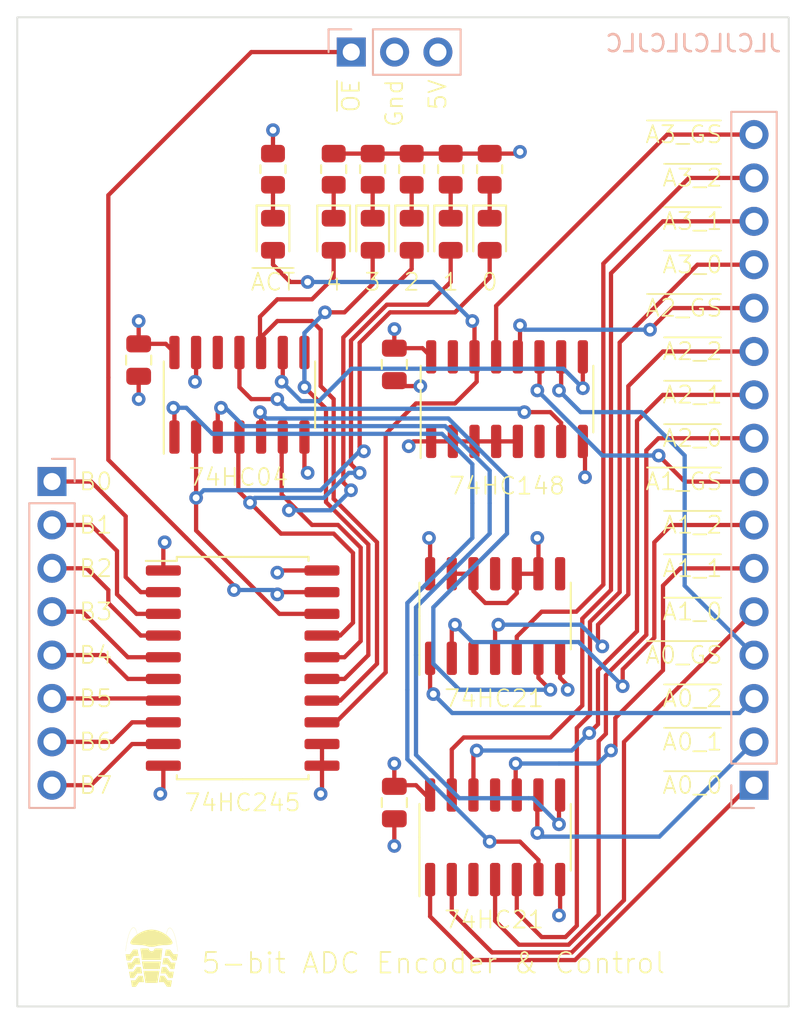
<source format=kicad_pcb>
(kicad_pcb (version 20211014) (generator pcbnew)
  (layers (0 "F.Cu" signal) (1 "In1.Cu" signal) (2 "In2.Cu" signal) (31 "B.Cu" signal) (34 "B.Paste" user) (35 "F.Paste" user) (36 "B.SilkS" user "B.Silkscreen") (37 "F.SilkS" user "F.Silkscreen") (38 "B.Mask" user) (39 "F.Mask" user) (44 "Edge.Cuts" user))
  (net 0 "")
  (net 1 "Net-(D1-Pad1)")
  (net 2 "~{ACTIVE}")
  (net 3 "Net-(D2-Pad1)")
  (net 4 "D4")
  (net 5 "Net-(D3-Pad1)")
  (net 6 "D3")
  (net 7 "Net-(D4-Pad1)")
  (net 8 "D2")
  (net 9 "Net-(D5-Pad1)")
  (net 10 "D1")
  (net 11 "Net-(D6-Pad1)")
  (net 12 "D0")
  (net 13 "BUS0")
  (net 14 "BUS1")
  (net 15 "BUS2")
  (net 16 "BUS3")
  (net 17 "BUS4")
  (net 18 "BUS5")
  (net 19 "BUS6")
  (net 20 "BUS7")
  (net 21 "~{A0_0}")
  (net 22 "~{A0_1}")
  (net 23 "~{A0_2}")
  (net 24 "~{A0_GS}")
  (net 25 "~{A1_0}")
  (net 26 "~{A1_1}")
  (net 27 "~{A1_2}")
  (net 28 "~{A1_GS}")
  (net 29 "~{A2_0}")
  (net 30 "~{A2_1}")
  (net 31 "~{A2_2}")
  (net 32 "~{A2_GS}")
  (net 33 "~{A3_0}")
  (net 34 "~{A3_1}")
  (net 35 "~{A3_2}")
  (net 36 "~{A3_GS}")
  (net 37 "~{OE}")
  (net 38 "GND")
  (net 39 "+5V")
  (net 40 "Net-(U1-Pad6)")
  (net 41 "Net-(U1-Pad8)")
  (net 42 "Net-(U2-Pad6)")
  (net 45 "Net-(U3-Pad7)")
  (net 46 "Net-(U3-Pad9)")
  (footprint "LED_SMD:LED_0805_2012Metric" (layer "F.Cu") (at 113.03 80.518 -90)
    (fp_text reference "D5" hide)
    (fp_text value "LED" hide)
  )
  (footprint "LED_SMD:LED_0805_2012Metric" (layer "F.Cu") (at 108.458 80.518 -90)
    (fp_text reference "D3" hide)
    (fp_text value "LED" hide)
  )
  (footprint "Package_SO:SOIC-16_3.9x9.9mm_P1.27mm" (layer "F.Cu") (at 116.332 90.17 90)
    (fp_text reference "U3" hide)
    (fp_text value "74LS148" hide)
  )
  (footprint "Resistor_SMD:R_0805_2012Metric" (layer "F.Cu") (at 110.744 76.708 90)
    (fp_text reference "R6" hide)
    (fp_text value "R_Small_US" hide)
  )
  (footprint "Resistor_SMD:R_0805_2012Metric" (layer "F.Cu") (at 115.316 76.708 90)
    (fp_text reference "R8" hide)
    (fp_text value "R_Small_US" hide)
  )
  (footprint "Resistor_SMD:R_0805_2012Metric" (layer "F.Cu") (at 113.03 76.708 90)
    (fp_text reference "R7" hide)
    (fp_text value "R_Small_US" hide)
  )
  (footprint "Capacitor_SMD:C_0805_2012Metric" (layer "F.Cu") (at 109.728 113.792 -90)
    (fp_text reference "C1" hide)
    (fp_text value "C_Small" hide)
  )
  (footprint "Package_SO:SOIC-20W_7.5x12.8mm_P1.27mm" (layer "F.Cu") (at 100.838 105.918)
    (fp_text reference "U5" hide)
    (fp_text value "74LS245" hide)
  )
  (footprint "LED_SMD:LED_0805_2012Metric" (layer "F.Cu") (at 102.616 80.518 -90)
    (fp_text reference "D1" hide)
    (fp_text value "LED" hide)
  )
  (footprint "Capacitor_SMD:C_0805_2012Metric" (layer "F.Cu") (at 109.728 88.138 -90)
    (fp_text reference "C2" hide)
    (fp_text value "C_Small" hide)
  )
  (footprint "Package_SO:SOIC-14_3.9x8.7mm_P1.27mm" (layer "F.Cu") (at 115.635 102.87 90)
    (fp_text reference "U2" hide)
    (fp_text value "74LS21" hide)
  )
  (footprint "LED_SMD:LED_0805_2012Metric" (layer "F.Cu") (at 110.744 80.518 -90)
    (fp_text reference "D4" hide)
    (fp_text value "LED" hide)
  )
  (footprint "Capacitor_SMD:C_0805_2012Metric" (layer "F.Cu") (at 94.742 87.884 -90)
    (fp_text reference "C3" hide)
    (fp_text value "C_Small" hide)
  )
  (footprint "LED_SMD:LED_0805_2012Metric" (layer "F.Cu") (at 115.316 80.518 -90)
    (fp_text reference "D6" hide)
    (fp_text value "LED" hide)
  )
  (footprint "Resistor_SMD:R_0805_2012Metric" (layer "F.Cu") (at 102.616 76.708 90)
    (fp_text reference "R3" hide)
    (fp_text value "R_Small_US" hide)
  )
  (footprint "Resistor_SMD:R_0805_2012Metric" (layer "F.Cu") (at 108.458 76.708 90)
    (fp_text reference "R5" hide)
    (fp_text value "R_Small_US" hide)
  )
  (footprint "Package_SO:SOIC-14_3.9x8.7mm_P1.27mm" (layer "F.Cu") (at 100.649 89.916 90)
    (fp_text reference "U4" hide)
    (fp_text value "74LS04" hide)
  )
  (footprint "LED_SMD:LED_0805_2012Metric" (layer "F.Cu") (at 106.172 80.518 -90)
    (fp_text reference "D2" hide)
    (fp_text value "LED" hide)
  )
  (footprint "Resistor_SMD:R_0805_2012Metric" (layer "F.Cu") (at 106.172 76.708 90)
    (fp_text reference "R4" hide)
    (fp_text value "R_Small_US" hide)
  )
  (footprint "Stephenv6:trilobyte-logo-tiny" (layer "F.Cu") (at 95.494 116.970558)
    (fp_text reference "REF**" hide)
    (fp_text value "trilobyte-logo-tiny" hide)
  )
  (footprint "Package_SO:SOIC-14_3.9x8.7mm_P1.27mm" (layer "F.Cu") (at 115.635 115.824 90)
    (fp_text reference "U1" hide)
    (fp_text value "74LS21" hide)
  )
  (footprint "Connector_PinHeader_2.54mm:PinHeader_1x03_P2.54mm_Vertical" (layer "B.Cu") (at 107.203 69.85 -90)
    (fp_text reference "J3" hide)
    (fp_text value "Conn_01x03" hide)
  )
  (footprint "Connector_PinHeader_2.54mm:PinHeader_1x16_P2.54mm_Vertical" (layer "B.Cu") (at 130.81 112.781)
    (fp_text reference "J2" hide)
    (fp_text value "Conn_01x16" hide)
  )
  (footprint "Connector_PinHeader_2.54mm:PinHeader_1x08_P2.54mm_Vertical" (layer "B.Cu") (at 89.662 94.996 180)
    (fp_text reference "J1" hide)
    (fp_text value "Conn_01x08" hide)
  )
  (gr_rect (start 132.842 67.818) (end 87.63 125.73) (layer "Edge.Cuts") (width 0.1) (fill none))
  (gr_text "JLCJLCJLCJLC" (at 127.254 69.342) (layer "B.SilkS") (effects (font (size 1 1)) (justify mirror)))
  (gr_text "~{A2_GS}" (at 129.032 84.836) (layer "F.SilkS") (effects (font (size 1 1) (thickness 0.1)) (justify right)))
  (gr_text "~{A1_GS}" (at 129.032 94.996) (layer "F.SilkS") (effects (font (size 1 1) (thickness 0.1)) (justify right)))
  (gr_text "~{ACT}" (at 102.616 83.312) (layer "F.SilkS") (effects (font (size 1 1) (thickness 0.1))))
  (gr_text "~{OE}" (at 107.188 71.374 90) (layer "F.SilkS") (effects (font (size 1 1) (thickness 0.1)) (justify right)))
  (gr_text "4" (at 106.172 83.312) (layer "F.SilkS") (effects (font (size 1 1) (thickness 0.1))))
  (gr_text "B0" (at 91.186 94.996) (layer "F.SilkS") (effects (font (size 1 1) (thickness 0.1)) (justify left)))
  (gr_text "2" (at 110.744 83.312) (layer "F.SilkS") (effects (font (size 1 1) (thickness 0.1))))
  (gr_text "~{A0_GS}" (at 129.032 105.156) (layer "F.SilkS") (effects (font (size 1 1) (thickness 0.1)) (justify right)))
  (gr_text "Gnd" (at 109.728 71.374 90) (layer "F.SilkS") (effects (font (size 1 1) (thickness 0.1)) (justify right)))
  (gr_text "~{A0_2}" (at 129.032 107.696) (layer "F.SilkS") (effects (font (size 1 1) (thickness 0.1)) (justify right)))
  (gr_text "74HC04" (at 100.584 94.742) (layer "F.SilkS") (effects (font (size 1 1) (thickness 0.1))))
  (gr_text "74HC245" (at 100.838 113.792) (layer "F.SilkS") (effects (font (size 1 1) (thickness 0.1))))
  (gr_text "~{A3_GS}" (at 129.032 74.676) (layer "F.SilkS") (effects (font (size 1 1) (thickness 0.1)) (justify right)))
  (gr_text "B4" (at 91.186 105.156) (layer "F.SilkS") (effects (font (size 1 1) (thickness 0.1)) (justify left)))
  (gr_text "~{A1_0}" (at 129.032 102.616) (layer "F.SilkS") (effects (font (size 1 1) (thickness 0.1)) (justify right)))
  (gr_text "~{A3_0}" (at 129.032 82.296) (layer "F.SilkS") (effects (font (size 1 1) (thickness 0.1)) (justify right)))
  (gr_text "0" (at 115.316 83.312) (layer "F.SilkS") (effects (font (size 1 1) (thickness 0.1))))
  (gr_text "74HC21" (at 115.57 107.696) (layer "F.SilkS") (effects (font (size 1 1) (thickness 0.1))))
  (gr_text "3" (at 108.458 83.312) (layer "F.SilkS") (effects (font (size 1 1) (thickness 0.1))))
  (gr_text "~{A1_1}" (at 129.032 100.076) (layer "F.SilkS") (effects (font (size 1 1) (thickness 0.1)) (justify right)))
  (gr_text "~{A3_1}" (at 129.032 79.756) (layer "F.SilkS") (effects (font (size 1 1) (thickness 0.1)) (justify right)))
  (gr_text "74HC21" (at 115.57 120.65) (layer "F.SilkS") (effects (font (size 1 1) (thickness 0.1))))
  (gr_text "74HC148" (at 116.332 95.25) (layer "F.SilkS") (effects (font (size 1 1) (thickness 0.1))))
  (gr_text "~{A0_0}" (at 129.032 112.776) (layer "F.SilkS") (effects (font (size 1 1) (thickness 0.1)) (justify right)))
  (gr_text "B1" (at 91.186 97.536) (layer "F.SilkS") (effects (font (size 1 1) (thickness 0.1)) (justify left)))
  (gr_text "B6" (at 91.186 110.236) (layer "F.SilkS") (effects (font (size 1 1) (thickness 0.1)) (justify left)))
  (gr_text "5-bit ADC Encoder & Control" (at 112.014 123.19) (layer "F.SilkS") (effects (font (size 1.2 1.2) (thickness 0.1))))
  (gr_text "~{A2_0}" (at 129.032 92.456) (layer "F.SilkS") (effects (font (size 1 1) (thickness 0.1)) (justify right)))
  (gr_text "~{A0_1}" (at 129.032 110.236) (layer "F.SilkS") (effects (font (size 1 1) (thickness 0.1)) (justify right)))
  (gr_text "~{A2_2}" (at 129.032 87.376) (layer "F.SilkS") (effects (font (size 1 1) (thickness 0.1)) (justify right)))
  (gr_text "B7" (at 91.186 112.776) (layer "F.SilkS") (effects (font (size 1 1) (thickness 0.1)) (justify left)))
  (gr_text "~{A2_1}" (at 129.032 89.916) (layer "F.SilkS") (effects (font (size 1 1) (thickness 0.1)) (justify right)))
  (gr_text "1" (at 113.03 83.312) (layer "F.SilkS") (effects (font (size 1 1) (thickness 0.1))))
  (gr_text "~{A3_2}" (at 129.032 77.216) (layer "F.SilkS") (effects (font (size 1 1) (thickness 0.1)) (justify right)))
  (gr_text "5V" (at 112.268 71.374 90) (layer "F.SilkS") (effects (font (size 1 1) (thickness 0.1)) (justify right)))
  (gr_text "~{A1_2}" (at 129.032 97.536) (layer "F.SilkS") (effects (font (size 1 1) (thickness 0.1)) (justify right)))
  (gr_text "B2" (at 91.186 100.076) (layer "F.SilkS") (effects (font (size 1 1) (thickness 0.1)) (justify left)))
  (gr_text "B3" (at 91.186 102.616) (layer "F.SilkS") (effects (font (size 1 1) (thickness 0.1)) (justify left)))
  (gr_text "B5" (at 91.186 107.696) (layer "F.SilkS") (effects (font (size 1 1) (thickness 0.1)) (justify left)))
  (segment (start 102.616 77.6205) (end 102.616 79.5805) (width 0.25) (layer "F.Cu") (net 1))
  (segment (start 109.22 106.172) (end 109.22 92.202) (width 0.25) (layer "F.Cu") (net 2))
  (segment (start 105.488 109.093) (end 106.299 109.093) (width 0.25) (layer "F.Cu") (net 2))
  (segment (start 110.998 90.424) (end 113.284 90.424) (width 0.25) (layer "F.Cu") (net 2))
  (segment (start 113.284 90.424) (end 114.554 89.154) (width 0.25) (layer "F.Cu") (net 2))
  (segment (start 114.427 85.725) (end 114.3 85.598) (width 0.25) (layer "F.Cu") (net 2))
  (segment (start 102.616 81.4555) (end 102.616 82.296) (width 0.25) (layer "F.Cu") (net 2))
  (segment (start 114.554 89.154) (end 114.554 87.822) (width 0.25) (layer "F.Cu") (net 2))
  (segment (start 114.427 87.695) (end 114.427 85.725) (width 0.25) (layer "F.Cu") (net 2))
  (segment (start 106.299 109.093) (end 109.22 106.172) (width 0.25) (layer "F.Cu") (net 2))
  (segment (start 103.632 83.312) (end 104.648 83.312) (width 0.25) (layer "F.Cu") (net 2))
  (segment (start 114.554 87.822) (end 114.427 87.695) (width 0.25) (layer "F.Cu") (net 2))
  (segment (start 109.22 92.202) (end 110.998 90.424) (width 0.25) (layer "F.Cu") (net 2))
  (segment (start 102.616 82.296) (end 103.632 83.312) (width 0.25) (layer "F.Cu") (net 2))
  (via (at 104.648 83.312) (size 0.8) (drill 0.4) (layers "F.Cu" "B.Cu") (net 2))
  (via (at 114.3 85.598) (size 0.8) (drill 0.4) (layers "F.Cu" "B.Cu") (net 2))
  (segment (start 112.014 83.312) (end 114.3 85.598) (width 0.25) (layer "B.Cu") (net 2))
  (segment (start 104.648 83.312) (end 112.014 83.312) (width 0.25) (layer "B.Cu") (net 2))
  (segment (start 106.172 79.5805) (end 106.172 77.6205) (width 0.25) (layer "F.Cu") (net 3))
  (segment (start 106.172 90.17) (end 105.41 89.408) (width 0.25) (layer "F.Cu") (net 4))
  (segment (start 106.172 81.4555) (end 106.172 83.058) (width 0.25) (layer "F.Cu") (net 4))
  (segment (start 104.902 84.328) (end 102.87 84.328) (width 0.25) (layer "F.Cu") (net 4))
  (segment (start 102.87 84.328) (end 101.854 85.344) (width 0.25) (layer "F.Cu") (net 4))
  (segment (start 105.488 107.823) (end 106.553 107.823) (width 0.25) (layer "F.Cu") (net 4))
  (segment (start 105.41 89.408) (end 105.41 86.106) (width 0.25) (layer "F.Cu") (net 4))
  (segment (start 101.854 87.376) (end 101.919 87.441) (width 0.25) (layer "F.Cu") (net 4))
  (segment (start 106.553 107.823) (end 108.712 105.664) (width 0.25) (layer "F.Cu") (net 4))
  (segment (start 106.172 83.058) (end 104.902 84.328) (width 0.25) (layer "F.Cu") (net 4))
  (segment (start 101.919 86.549) (end 101.919 87.441) (width 0.25) (layer "F.Cu") (net 4))
  (segment (start 108.712 98.552) (end 106.172 96.012) (width 0.25) (layer "F.Cu") (net 4))
  (segment (start 102.87 85.598) (end 101.919 86.549) (width 0.25) (layer "F.Cu") (net 4))
  (segment (start 101.854 85.344) (end 101.854 87.376) (width 0.25) (layer "F.Cu") (net 4))
  (segment (start 104.902 85.598) (end 102.87 85.598) (width 0.25) (layer "F.Cu") (net 4))
  (segment (start 108.712 105.664) (end 108.712 98.552) (width 0.25) (layer "F.Cu") (net 4))
  (segment (start 105.41 86.106) (end 104.902 85.598) (width 0.25) (layer "F.Cu") (net 4))
  (segment (start 106.172 96.012) (end 106.172 90.17) (width 0.25) (layer "F.Cu") (net 4))
  (segment (start 108.458 77.6205) (end 108.458 79.5805) (width 0.25) (layer "F.Cu") (net 5))
  (segment (start 106.807 106.553) (end 108.204 105.156) (width 0.25) (layer "F.Cu") (net 6))
  (segment (start 108.458 83.436888) (end 106.804888 85.09) (width 0.25) (layer "F.Cu") (net 6))
  (segment (start 104.459 87.441) (end 104.459 89.464401) (width 0.25) (layer "F.Cu") (net 6))
  (segment (start 105.722489 96.198193) (end 105.722489 90.72789) (width 0.25) (layer "F.Cu") (net 6))
  (segment (start 105.722489 90.72789) (end 104.46332 89.468721) (width 0.25) (layer "F.Cu") (net 6))
  (segment (start 108.458 81.4555) (end 108.458 83.436888) (width 0.25) (layer "F.Cu") (net 6))
  (segment (start 108.204 105.156) (end 108.204 98.679704) (width 0.25) (layer "F.Cu") (net 6))
  (segment (start 106.804888 85.09) (end 105.664 85.09) (width 0.25) (layer "F.Cu") (net 6))
  (segment (start 105.488 106.553) (end 106.807 106.553) (width 0.25) (layer "F.Cu") (net 6))
  (segment (start 108.204 98.679704) (end 105.722489 96.198193) (width 0.25) (layer "F.Cu") (net 6))
  (segment (start 104.459 89.464401) (end 104.46332 89.468721) (width 0.25) (layer "F.Cu") (net 6))
  (via (at 105.664 85.09) (size 0.8) (drill 0.4) (layers "F.Cu" "B.Cu") (net 6))
  (via (at 104.46332 89.468721) (size 0.8) (drill 0.4) (layers "F.Cu" "B.Cu") (net 6))
  (segment (start 104.459 89.464401) (end 104.46332 89.468721) (width 0.25) (layer "B.Cu") (net 6))
  (segment (start 104.459 86.295) (end 104.459 89.464401) (width 0.25) (layer "B.Cu") (net 6))
  (segment (start 105.664 85.09) (end 104.459 86.295) (width 0.25) (layer "B.Cu") (net 6))
  (segment (start 110.744 77.6205) (end 110.744 79.5805) (width 0.25) (layer "F.Cu") (net 7))
  (segment (start 103.124 92.456) (end 103.189 92.391) (width 0.25) (layer "F.Cu") (net 8))
  (segment (start 106.807 105.283) (end 107.754489 104.335511) (width 0.25) (layer "F.Cu") (net 8))
  (segment (start 110.744 82.55) (end 106.738489 86.555511) (width 0.25) (layer "F.Cu") (net 8))
  (segment (start 106.738489 86.555511) (end 106.738489 95.054489) (width 0.25) (layer "F.Cu") (net 8))
  (segment (start 110.744 81.4555) (end 110.744 82.55) (width 0.25) (layer "F.Cu") (net 8))
  (segment (start 106.424592 97.536) (end 104.902 97.536) (width 0.25) (layer "F.Cu") (net 8))
  (segment (start 104.902 97.536) (end 103.124 95.758) (width 0.25) (layer "F.Cu") (net 8))
  (segment (start 107.754489 98.865897) (end 106.424592 97.536) (width 0.25) (layer "F.Cu") (net 8))
  (segment (start 106.738489 95.054489) (end 107.188 95.504) (width 0.25) (layer "F.Cu") (net 8))
  (segment (start 107.754489 104.335511) (end 107.754489 98.865897) (width 0.25) (layer "F.Cu") (net 8))
  (segment (start 103.124 95.758) (end 103.124 92.456) (width 0.25) (layer "F.Cu") (net 8))
  (segment (start 105.488 105.283) (end 106.807 105.283) (width 0.25) (layer "F.Cu") (net 8))
  (via (at 103.546173 96.678011) (size 0.8) (drill 0.4) (layers "F.Cu" "B.Cu") (net 8))
  (via (at 107.188 95.504) (size 0.8) (drill 0.4) (layers "F.Cu" "B.Cu") (net 8))
  (segment (start 106.013989 96.678011) (end 103.546173 96.678011) (width 0.25) (layer "B.Cu") (net 8))
  (segment (start 107.188 95.504) (end 106.013989 96.678011) (width 0.25) (layer "B.Cu") (net 8))
  (segment (start 113.03 79.5805) (end 113.03 77.6205) (width 0.25) (layer "F.Cu") (net 9))
  (segment (start 100.584 92.456) (end 100.584 95.544316) (width 0.25) (layer "F.Cu") (net 10))
  (segment (start 113.03 81.4555) (end 113.03 83.312) (width 0.25) (layer "F.Cu") (net 10))
  (segment (start 100.584 95.544316) (end 101.268184 96.2285) (width 0.25) (layer "F.Cu") (net 10))
  (segment (start 106.172 98.044) (end 103.083684 98.044) (width 0.25) (layer "F.Cu") (net 10))
  (segment (start 107.188 86.741704) (end 107.188 93.98) (width 0.25) (layer "F.Cu") (net 10))
  (segment (start 107.304978 99.176978) (end 106.172 98.044) (width 0.25) (layer "F.Cu") (net 10))
  (segment (start 111.70151 84.64049) (end 109.289214 84.64049) (width 0.25) (layer "F.Cu") (net 10))
  (segment (start 100.649 92.391) (end 100.584 92.456) (width 0.25) (layer "F.Cu") (net 10))
  (segment (start 109.289214 84.64049) (end 107.188 86.741704) (width 0.25) (layer "F.Cu") (net 10))
  (segment (start 107.188 93.98) (end 107.696 94.488) (width 0.25) (layer "F.Cu") (net 10))
  (segment (start 103.083684 98.044) (end 101.268184 96.2285) (width 0.25) (layer "F.Cu") (net 10))
  (segment (start 107.304978 103.261022) (end 107.304978 99.176978) (width 0.25) (layer "F.Cu") (net 10))
  (segment (start 106.553 104.013) (end 107.304978 103.261022) (width 0.25) (layer "F.Cu") (net 10))
  (segment (start 105.488 104.013) (end 106.553 104.013) (width 0.25) (layer "F.Cu") (net 10))
  (segment (start 113.03 83.312) (end 111.70151 84.64049) (width 0.25) (layer "F.Cu") (net 10))
  (via (at 107.696 94.488) (size 0.8) (drill 0.4) (layers "F.Cu" "B.Cu") (net 10))
  (via (at 101.268184 96.2285) (size 0.8) (drill 0.4) (layers "F.Cu" "B.Cu") (net 10))
  (segment (start 107.061704 94.488) (end 105.596193 95.953511) (width 0.25) (layer "B.Cu") (net 10))
  (segment (start 105.596193 95.953511) (end 101.543173 95.953511) (width 0.25) (layer "B.Cu") (net 10))
  (segment (start 107.696 94.488) (end 107.061704 94.488) (width 0.25) (layer "B.Cu") (net 10))
  (segment (start 101.543173 95.953511) (end 101.268184 96.2285) (width 0.25) (layer "B.Cu") (net 10))
  (segment (start 115.316 77.6205) (end 115.316 79.5805) (width 0.25) (layer "F.Cu") (net 11))
  (segment (start 115.316 81.4555) (end 115.316 83.058) (width 0.25) (layer "F.Cu") (net 12))
  (segment (start 107.696 92.972598) (end 107.945701 93.222299) (width 0.25) (layer "F.Cu") (net 12))
  (segment (start 113.284 85.09) (end 109.475408 85.09) (width 0.25) (layer "F.Cu") (net 12))
  (segment (start 98.109 97.8636) (end 98.109 95.947) (width 0.25) (layer "F.Cu") (net 12))
  (segment (start 98.109 95.947) (end 98.109 92.391) (width 0.25) (layer "F.Cu") (net 12))
  (segment (start 115.316 83.058) (end 113.284 85.09) (width 0.25) (layer "F.Cu") (net 12))
  (segment (start 102.9884 102.743) (end 98.109 97.8636) (width 0.25) (layer "F.Cu") (net 12))
  (segment (start 107.696 86.869408) (end 107.696 92.972598) (width 0.25) (layer "F.Cu") (net 12))
  (segment (start 109.475408 85.09) (end 107.696 86.869408) (width 0.25) (layer "F.Cu") (net 12))
  (segment (start 105.488 102.743) (end 102.9884 102.743) (width 0.25) (layer "F.Cu") (net 12))
  (via (at 107.945701 93.222299) (size 0.8) (drill 0.4) (layers "F.Cu" "B.Cu") (net 12))
  (via (at 98.109 95.947) (size 0.8) (drill 0.4) (layers "F.Cu" "B.Cu") (net 12))
  (segment (start 98.109 95.947) (end 98.552 95.504) (width 0.25) (layer "B.Cu") (net 12))
  (segment (start 105.41 95.504) (end 107.691701 93.222299) (width 0.25) (layer "B.Cu") (net 12))
  (segment (start 98.552 95.504) (end 105.41 95.504) (width 0.25) (layer "B.Cu") (net 12))
  (segment (start 107.691701 93.222299) (end 107.945701 93.222299) (width 0.25) (layer "B.Cu") (net 12))
  (segment (start 96.188 101.473) (end 94.869 101.473) (width 0.25) (layer "F.Cu") (net 13))
  (segment (start 93.98 97.028) (end 91.948 94.996) (width 0.25) (layer "F.Cu") (net 13))
  (segment (start 94.869 101.473) (end 93.98 100.584) (width 0.25) (layer "F.Cu") (net 13))
  (segment (start 91.948 94.996) (end 89.662 94.996) (width 0.25) (layer "F.Cu") (net 13))
  (segment (start 93.98 100.584) (end 93.98 97.028) (width 0.25) (layer "F.Cu") (net 13))
  (segment (start 93.472 101.6) (end 94.615 102.743) (width 0.25) (layer "F.Cu") (net 14))
  (segment (start 93.472 99.06) (end 93.472 101.6) (width 0.25) (layer "F.Cu") (net 14))
  (segment (start 91.948 97.536) (end 93.472 99.06) (width 0.25) (layer "F.Cu") (net 14))
  (segment (start 94.615 102.743) (end 96.188 102.743) (width 0.25) (layer "F.Cu") (net 14))
  (segment (start 89.662 97.536) (end 91.948 97.536) (width 0.25) (layer "F.Cu") (net 14))
  (segment (start 92.964 102.108) (end 92.964 101.346) (width 0.25) (layer "F.Cu") (net 15))
  (segment (start 94.869 104.013) (end 92.964 102.108) (width 0.25) (layer "F.Cu") (net 15))
  (segment (start 91.694 100.076) (end 89.662 100.076) (width 0.25) (layer "F.Cu") (net 15))
  (segment (start 96.188 104.013) (end 94.869 104.013) (width 0.25) (layer "F.Cu") (net 15))
  (segment (start 92.964 101.346) (end 91.694 100.076) (width 0.25) (layer "F.Cu") (net 15))
  (segment (start 94.107 105.283) (end 96.188 105.283) (width 0.25) (layer "F.Cu") (net 16))
  (segment (start 91.44 102.616) (end 94.107 105.283) (width 0.25) (layer "F.Cu") (net 16))
  (segment (start 89.662 102.616) (end 91.44 102.616) (width 0.25) (layer "F.Cu") (net 16))
  (segment (start 92.71 105.156) (end 89.662 105.156) (width 0.25) (layer "F.Cu") (net 17))
  (segment (start 96.188 106.553) (end 94.107 106.553) (width 0.25) (layer "F.Cu") (net 17))
  (segment (start 94.107 106.553) (end 92.71 105.156) (width 0.25) (layer "F.Cu") (net 17))
  (segment (start 96.188 107.823) (end 96.061 107.696) (width 0.25) (layer "F.Cu") (net 18))
  (segment (start 96.061 107.696) (end 89.662 107.696) (width 0.25) (layer "F.Cu") (net 18))
  (segment (start 96.188 109.093) (end 94.361 109.093) (width 0.25) (layer "F.Cu") (net 19))
  (segment (start 93.218 110.236) (end 89.662 110.236) (width 0.25) (layer "F.Cu") (net 19))
  (segment (start 94.361 109.093) (end 93.218 110.236) (width 0.25) (layer "F.Cu") (net 19))
  (segment (start 96.188 110.363) (end 94.361 110.363) (width 0.25) (layer "F.Cu") (net 20))
  (segment (start 91.948 112.776) (end 89.662 112.776) (width 0.25) (layer "F.Cu") (net 20))
  (segment (start 94.361 110.363) (end 91.948 112.776) (width 0.25) (layer "F.Cu") (net 20))
  (segment (start 130.81 112.781) (end 130.551 112.781) (width 0.25) (layer "F.Cu") (net 21))
  (segment (start 111.825 120.461) (end 111.825 118.299) (width 0.25) (layer "F.Cu") (net 21))
  (segment (start 120.317467 123.014533) (end 114.378533 123.014533) (width 0.25) (layer "F.Cu") (net 21))
  (segment (start 130.551 112.781) (end 120.317467 123.014533) (width 0.25) (layer "F.Cu") (net 21))
  (segment (start 114.378533 123.014533) (end 111.825 120.461) (width 0.25) (layer "F.Cu") (net 21))
  (segment (start 118.175 113.349) (end 118.11 113.414) (width 0.25) (layer "F.Cu") (net 22))
  (segment (start 118.11 113.414) (end 118.11 115.57) (width 0.25) (layer "F.Cu") (net 22))
  (via (at 118.11 115.57) (size 0.8) (drill 0.4) (layers "F.Cu" "B.Cu") (net 22))
  (segment (start 130.81 110.241) (end 125.264499 115.786501) (width 0.25) (layer "B.Cu") (net 22))
  (segment (start 125.264499 115.786501) (end 118.326501 115.786501) (width 0.25) (layer "B.Cu") (net 22))
  (segment (start 118.326501 115.786501) (end 118.11 115.57) (width 0.25) (layer "B.Cu") (net 22))
  (segment (start 112.014 107.442) (end 111.825 107.253) (width 0.25) (layer "F.Cu") (net 23))
  (segment (start 111.825 107.253) (end 111.825 105.345) (width 0.25) (layer "F.Cu") (net 23))
  (via (at 112.014 107.442) (size 0.8) (drill 0.4) (layers "F.Cu" "B.Cu") (net 23))
  (segment (start 130.81 107.701) (end 129.96 108.551) (width 0.25) (layer "B.Cu") (net 23))
  (segment (start 113.123 108.551) (end 112.014 107.442) (width 0.25) (layer "B.Cu") (net 23))
  (segment (start 129.96 108.551) (end 113.123 108.551) (width 0.25) (layer "B.Cu") (net 23))
  (segment (start 119.507 87.695) (end 119.507 89.539299) (width 0.25) (layer "F.Cu") (net 24))
  (segment (start 119.507 89.539299) (end 119.38 89.666299) (width 0.25) (layer "F.Cu") (net 24))
  (via (at 119.38 89.666299) (size 0.8) (drill 0.4) (layers "F.Cu" "B.Cu") (net 24))
  (segment (start 126.746 101.097) (end 126.746 93.472) (width 0.25) (layer "B.Cu") (net 24))
  (segment (start 120.645701 90.932) (end 119.38 89.666299) (width 0.25) (layer "B.Cu") (net 24))
  (segment (start 130.81 105.161) (end 126.746 101.097) (width 0.25) (layer "B.Cu") (net 24))
  (segment (start 126.746 93.472) (end 124.206 90.932) (width 0.25) (layer "B.Cu") (net 24))
  (segment (start 124.206 90.932) (end 120.645701 90.932) (width 0.25) (layer "B.Cu") (net 24))
  (segment (start 130.81 102.621) (end 123.19 110.241) (width 0.25) (layer "F.Cu") (net 25))
  (segment (start 123.19 119.506296) (end 120.131276 122.56502) (width 0.25) (layer "F.Cu") (net 25))
  (segment (start 113.095 120.207) (end 113.095 118.299) (width 0.25) (layer "F.Cu") (net 25))
  (segment (start 120.131276 122.56502) (end 115.45302 122.56502) (width 0.25) (layer "F.Cu") (net 25))
  (segment (start 115.45302 122.56502) (end 113.095 120.207) (width 0.25) (layer "F.Cu") (net 25))
  (segment (start 123.19 110.241) (end 123.19 119.506296) (width 0.25) (layer "F.Cu") (net 25))
  (segment (start 122.682 110.49) (end 122.428 110.744) (width 0.25) (layer "F.Cu") (net 26))
  (segment (start 116.84 113.284) (end 116.905 113.349) (width 0.25) (layer "F.Cu") (net 26))
  (segment (start 130.81 100.081) (end 126.487 100.081) (width 0.25) (layer "F.Cu") (net 26))
  (segment (start 125.476 101.092) (end 125.476 106.044296) (width 0.25) (layer "F.Cu") (net 26))
  (segment (start 126.487 100.081) (end 125.476 101.092) (width 0.25) (layer "F.Cu") (net 26))
  (segment (start 122.682 108.838296) (end 122.682 110.49) (width 0.25) (layer "F.Cu") (net 26))
  (segment (start 116.84 111.506) (end 116.84 113.284) (width 0.25) (layer "F.Cu") (net 26))
  (segment (start 125.476 106.044296) (end 122.682 108.838296) (width 0.25) (layer "F.Cu") (net 26))
  (via (at 122.428 110.744) (size 0.8) (drill 0.4) (layers "F.Cu" "B.Cu") (net 26))
  (via (at 116.84 111.506) (size 0.8) (drill 0.4) (layers "F.Cu" "B.Cu") (net 26))
  (segment (start 121.666 111.506) (end 119.38 111.506) (width 0.25) (layer "B.Cu") (net 26))
  (segment (start 119.38 111.506) (end 116.84 111.506) (width 0.25) (layer "B.Cu") (net 26))
  (segment (start 122.428 110.744) (end 121.666 111.506) (width 0.25) (layer "B.Cu") (net 26))
  (segment (start 124.968 104.14) (end 123.1135 105.9945) (width 0.25) (layer "F.Cu") (net 27))
  (segment (start 113.095 103.567) (end 113.095 105.345) (width 0.25) (layer "F.Cu") (net 27))
  (segment (start 125.979 97.541) (end 124.968 98.552) (width 0.25) (layer "F.Cu") (net 27))
  (segment (start 123.1135 105.9945) (end 123.1135 106.9765) (width 0.25) (layer "F.Cu") (net 27))
  (segment (start 124.968 98.552) (end 124.968 104.14) (width 0.25) (layer "F.Cu") (net 27))
  (segment (start 130.81 97.541) (end 125.979 97.541) (width 0.25) (layer "F.Cu") (net 27))
  (segment (start 113.284 103.378) (end 113.095 103.567) (width 0.25) (layer "F.Cu") (net 27))
  (via (at 113.284 103.378) (size 0.8) (drill 0.4) (layers "F.Cu" "B.Cu") (net 27))
  (via (at 123.1135 106.9765) (size 0.8) (drill 0.4) (layers "F.Cu" "B.Cu") (net 27))
  (segment (start 120.531 104.394) (end 123.1135 106.9765) (width 0.25) (layer "B.Cu") (net 27))
  (segment (start 114.3 104.394) (end 120.531 104.394) (width 0.25) (layer "B.Cu") (net 27))
  (segment (start 113.284 103.378) (end 114.3 104.394) (width 0.25) (layer "B.Cu") (net 27))
  (segment (start 130.81 95.001) (end 126.751 95.001) (width 0.25) (layer "F.Cu") (net 28))
  (segment (start 118.11 89.662) (end 118.237 89.535) (width 0.25) (layer "F.Cu") (net 28))
  (segment (start 118.237 89.535) (end 118.237 87.695) (width 0.25) (layer "F.Cu") (net 28))
  (segment (start 126.751 95.001) (end 125.222 93.472) (width 0.25) (layer "F.Cu") (net 28))
  (via (at 118.11 89.662) (size 0.8) (drill 0.4) (layers "F.Cu" "B.Cu") (net 28))
  (via (at 125.222 93.472) (size 0.8) (drill 0.4) (layers "F.Cu" "B.Cu") (net 28))
  (segment (start 121.92 93.472) (end 118.11 89.662) (width 0.25) (layer "B.Cu") (net 28))
  (segment (start 125.222 93.472) (end 121.92 93.472) (width 0.25) (layer "B.Cu") (net 28))
  (segment (start 117.035509 122.115509) (end 115.635 120.715) (width 0.25) (layer "F.Cu") (net 29))
  (segment (start 124.497499 103.974797) (end 122.127901 106.344395) (width 0.25) (layer "F.Cu") (net 29))
  (segment (start 122.127901 109.765499) (end 121.703499 110.189901) (width 0.25) (layer "F.Cu") (net 29))
  (segment (start 121.703499 120.357093) (end 119.945083 122.115509) (width 0.25) (layer "F.Cu") (net 29))
  (segment (start 122.127901 106.344395) (end 122.127901 109.765499) (width 0.25) (layer "F.Cu") (net 29))
  (segment (start 125.2084 92.461) (end 124.497499 93.171901) (width 0.25) (layer "F.Cu") (net 29))
  (segment (start 130.81 92.461) (end 125.2084 92.461) (width 0.25) (layer "F.Cu") (net 29))
  (segment (start 121.703499 110.189901) (end 121.703499 120.357093) (width 0.25) (layer "F.Cu") (net 29))
  (segment (start 119.945083 122.115509) (end 117.035509 122.115509) (width 0.25) (layer "F.Cu") (net 29))
  (segment (start 115.635 120.715) (end 115.635 118.299) (width 0.25) (layer "F.Cu") (net 29))
  (segment (start 124.497499 93.171901) (end 124.497499 103.974797) (width 0.25) (layer "F.Cu") (net 29))
  (segment (start 123.952 91.44) (end 123.952 103.758296) (width 0.25) (layer "F.Cu") (net 30))
  (segment (start 130.81 89.921) (end 125.471 89.921) (width 0.25) (layer "F.Cu") (net 30))
  (segment (start 125.471 89.921) (end 123.952 91.44) (width 0.25) (layer "F.Cu") (net 30))
  (segment (start 114.365 110.933) (end 114.365 113.349) (width 0.25) (layer "F.Cu") (net 30))
  (segment (start 121.666 106.044296) (end 121.666 109.20631) (width 0.25) (layer "F.Cu") (net 30))
  (segment (start 123.952 103.758296) (end 121.666 106.044296) (width 0.25) (layer "F.Cu") (net 30))
  (segment (start 121.666 109.20631) (end 121.150587 109.721723) (width 0.25) (layer "F.Cu") (net 30))
  (segment (start 114.554 110.744) (end 114.365 110.933) (width 0.25) (layer "F.Cu") (net 30))
  (via (at 121.150587 109.721723) (size 0.8) (drill 0.4) (layers "F.Cu" "B.Cu") (net 30))
  (via (at 114.554 110.744) (size 0.8) (drill 0.4) (layers "F.Cu" "B.Cu") (net 30))
  (segment (start 120.12831 110.744) (end 121.150587 109.721723) (width 0.25) (layer "B.Cu") (net 30))
  (segment (start 114.554 110.744) (end 120.12831 110.744) (width 0.25) (layer "B.Cu") (net 30))
  (segment (start 123.444 95.504) (end 123.444 101.6) (width 0.25) (layer "F.Cu") (net 31))
  (segment (start 123.444 101.6) (end 122.428 102.616) (width 0.25) (layer "F.Cu") (net 31))
  (segment (start 130.81 87.381) (end 125.471 87.381) (width 0.25) (layer "F.Cu") (net 31))
  (segment (start 115.824 103.378) (end 115.635 103.567) (width 0.25) (layer "F.Cu") (net 31))
  (segment (start 121.666 103.378) (end 121.666 104.394) (width 0.25) (layer "F.Cu") (net 31))
  (segment (start 115.635 103.567) (end 115.635 105.345) (width 0.25) (layer "F.Cu") (net 31))
  (segment (start 121.666 104.394) (end 121.92 104.648) (width 0.25) (layer "F.Cu") (net 31))
  (segment (start 123.444 89.408) (end 123.444 95.504) (width 0.25) (layer "F.Cu") (net 31))
  (segment (start 125.471 87.381) (end 123.444 89.408) (width 0.25) (layer "F.Cu") (net 31))
  (segment (start 122.428 102.616) (end 121.666 103.378) (width 0.25) (layer "F.Cu") (net 31))
  (via (at 121.92 104.648) (size 0.8) (drill 0.4) (layers "F.Cu" "B.Cu") (net 31))
  (via (at 115.824 103.378) (size 0.8) (drill 0.4) (layers "F.Cu" "B.Cu") (net 31))
  (segment (start 121.158 103.886) (end 120.65 103.378) (width 0.25) (layer "B.Cu") (net 31))
  (segment (start 120.65 103.378) (end 115.824 103.378) (width 0.25) (layer "B.Cu") (net 31))
  (segment (start 121.92 104.648) (end 121.158 103.886) (width 0.25) (layer "B.Cu") (net 31))
  (segment (start 125.979 84.841) (end 125.73 85.09) (width 0.25) (layer "F.Cu") (net 32))
  (segment (start 117.094 87.568) (end 116.967 87.695) (width 0.25) (layer "F.Cu") (net 32))
  (segment (start 125.73 85.09) (end 124.714 86.106) (width 0.25) (layer "F.Cu") (net 32))
  (segment (start 117.094 85.852) (end 117.094 87.568) (width 0.25) (layer "F.Cu") (net 32))
  (segment (start 130.81 84.841) (end 125.979 84.841) (width 0.25) (layer "F.Cu") (net 32))
  (via (at 124.714 86.106) (size 0.8) (drill 0.4) (layers "F.Cu" "B.Cu") (net 32))
  (via (at 117.094 85.852) (size 0.8) (drill 0.4) (layers "F.Cu" "B.Cu") (net 32))
  (segment (start 117.348 86.106) (end 117.094 85.852) (width 0.25) (layer "B.Cu") (net 32))
  (segment (start 124.714 86.106) (end 117.348 86.106) (width 0.25) (layer "B.Cu") (net 32))
  (segment (start 119.75889 121.665998) (end 120.426086 120.998802) (width 0.25) (layer "F.Cu") (net 33))
  (segment (start 120.426086 120.998802) (end 120.426086 109.421624) (width 0.25) (layer "F.Cu") (net 33))
  (segment (start 116.905 118.299) (end 116.905 120.207) (width 0.25) (layer "F.Cu") (net 33))
  (segment (start 116.905 120.207) (end 118.363999 121.665999) (width 0.25) (layer "F.Cu") (net 33))
  (segment (start 121.195499 103.212797) (end 122.936 101.472296) (width 0.25) (layer "F.Cu") (net 33))
  (segment (start 120.426086 109.421624) (end 121.195499 108.652211) (width 0.25) (layer "F.Cu") (net 33))
  (segment (start 127.4944 82.301) (end 130.81 82.301) (width 0.25) (layer "F.Cu") (net 33))
  (segment (start 122.936 86.8594) (end 127.4944 82.301) (width 0.25) (layer "F.Cu") (net 33))
  (segment (start 121.195499 108.652211) (end 121.195499 103.212797) (width 0.25) (layer "F.Cu") (net 33))
  (segment (start 118.363999 121.665999) (end 119.75889 121.665998) (width 0.25) (layer "F.Cu") (net 33))
  (segment (start 122.936 101.472296) (end 122.936 86.8594) (width 0.25) (layer "F.Cu") (net 33))
  (segment (start 113.095 110.679) (end 113.095 113.349) (width 0.25) (layer "F.Cu") (net 34))
  (segment (start 113.792 109.982) (end 113.095 110.679) (width 0.25) (layer "F.Cu") (net 34))
  (segment (start 125.471 79.761) (end 122.428 82.804) (width 0.25) (layer "F.Cu") (net 34))
  (segment (start 120.745989 103.026603) (end 120.745989 108.108011) (width 0.25) (layer "F.Cu") (net 34))
  (segment (start 122.428 101.344592) (end 120.745989 103.026603) (width 0.25) (layer "F.Cu") (net 34))
  (segment (start 122.428 82.804) (end 122.428 101.344592) (width 0.25) (layer "F.Cu") (net 34))
  (segment (start 120.745989 108.108011) (end 118.872 109.982) (width 0.25) (layer "F.Cu") (net 34))
  (segment (start 118.872 109.982) (end 113.792 109.982) (width 0.25) (layer "F.Cu") (net 34))
  (segment (start 130.81 79.761) (end 125.471 79.761) (width 0.25) (layer "F.Cu") (net 34))
  (segment (start 118.364 102.616) (end 116.905 104.075) (width 0.25) (layer "F.Cu") (net 35))
  (segment (start 121.978489 82.237511) (end 121.978489 101.033511) (width 0.25) (layer "F.Cu") (net 35))
  (segment (start 130.81 77.221) (end 126.995 77.221) (width 0.25) (layer "F.Cu") (net 35))
  (segment (start 120.396 102.616) (end 118.364 102.616) (width 0.25) (layer "F.Cu") (net 35))
  (segment (start 126.995 77.221) (end 121.978489 82.237511) (width 0.25) (layer "F.Cu") (net 35))
  (segment (start 121.978489 101.033511) (end 120.396 102.616) (width 0.25) (layer "F.Cu") (net 35))
  (segment (start 116.905 104.075) (end 116.905 105.345) (width 0.25) (layer "F.Cu") (net 35))
  (segment (start 130.81 74.681) (end 125.725 74.681) (width 0.25) (layer "F.Cu") (net 36))
  (segment (start 125.725 74.681) (end 115.697 84.709) (width 0.25) (layer "F.Cu") (net 36))
  (segment (start 115.697 84.709) (end 115.697 87.695) (width 0.25) (layer "F.Cu") (net 36))
  (segment (start 98.806 72.39) (end 92.964 78.232) (width 0.25) (layer "F.Cu") (net 37))
  (segment (start 97.536 98.298) (end 100.33 101.092) (width 0.25) (layer "F.Cu") (net 37))
  (segment (start 100.33 101.092) (end 100.33 101.346) (width 0.25) (layer "F.Cu") (net 37))
  (segment (start 101.346 69.85) (end 98.806 72.39) (width 0.25) (layer "F.Cu") (net 37))
  (segment (start 102.997 101.473) (end 105.488 101.473) (width 0.25) (layer "F.Cu") (net 37))
  (segment (start 102.87 101.6) (end 102.997 101.473) (width 0.25) (layer "F.Cu") (net 37))
  (segment (start 92.964 88.9) (end 92.964 93.726) (width 0.25) (layer "F.Cu") (net 37))
  (segment (start 92.964 78.232) (end 92.964 88.9) (width 0.25) (layer "F.Cu") (net 37))
  (segment (start 107.203 69.85) (end 101.346 69.85) (width 0.25) (layer "F.Cu") (net 37))
  (segment (start 92.964 93.726) (end 97.536 98.298) (width 0.25) (layer "F.Cu") (net 37))
  (via (at 100.33 101.346) (size 0.8) (drill 0.4) (layers "F.Cu" "B.Cu") (net 37))
  (via (at 102.87 101.6) (size 0.8) (drill 0.4) (layers "F.Cu" "B.Cu") (net 37))
  (segment (start 100.33 101.346) (end 102.616 101.346) (width 0.25) (layer "B.Cu") (net 37))
  (segment (start 102.616 101.346) (end 102.87 101.6) (width 0.25) (layer "B.Cu") (net 37))
  (segment (start 119.445 120.331) (end 119.38 120.396) (width 0.25) (layer "F.Cu") (net 38))
  (segment (start 118.175 100.395) (end 118.175 98.363) (width 0.25) (layer "F.Cu") (net 38))
  (segment (start 116.905 100.395) (end 118.175 100.395) (width 0.25) (layer "F.Cu") (net 38))
  (segment (start 119.888 106.934) (end 119.888 107.188) (width 0.25) (layer "F.Cu") (net 38))
  (segment (start 114.365 101.411) (end 115.062 102.108) (width 0.25) (layer "F.Cu") (net 38))
  (segment (start 116.905 101.535) (end 116.905 100.395) (width 0.25) (layer "F.Cu") (net 38))
  (segment (start 105.488 113.206) (end 105.41 113.284) (width 0.25) (layer "F.Cu") (net 38))
  (segment (start 104.459 94.299) (end 104.648 94.488) (width 0.25) (layer "F.Cu") (net 38))
  (segment (start 116.332 102.108) (end 116.905 101.535) (width 0.25) (layer "F.Cu") (net 38))
  (segment (start 114.365 100.395) (end 113.095 100.395) (width 0.25) (layer "F.Cu") (net 38))
  (segment (start 94.742 88.834) (end 94.742 90.17) (width 0.25) (layer "F.Cu") (net 38))
  (segment (start 115.316 75.7955) (end 116.9905 75.7955) (width 0.25) (layer "F.Cu") (net 38))
  (segment (start 105.488 110.363) (end 105.488 111.633) (width 0.25) (layer "F.Cu") (net 38))
  (segment (start 116.9905 75.7955) (end 117.094 75.692) (width 0.25) (layer "F.Cu") (net 38))
  (segment (start 98.109 89.089) (end 98.044 89.154) (width 0.25) (layer "F.Cu") (net 38))
  (segment (start 114.365 100.395) (end 114.365 101.411) (width 0.25) (layer "F.Cu") (net 38))
  (segment (start 96.188 100.203) (end 96.188 98.63) (width 0.25) (layer "F.Cu") (net 38))
  (segment (start 96.188 111.633) (end 96.188 113.108) (width 0.25) (layer "F.Cu") (net 38))
  (segment (start 110.048 89.408) (end 111.252 89.408) (width 0.25) (layer "F.Cu") (net 38))
  (segment (start 106.172 75.7955) (end 115.316 75.7955) (width 0.25) (layer "F.Cu") (net 38))
  (segment (start 109.728 114.742) (end 109.728 116.332) (width 0.25) (layer "F.Cu") (net 38))
  (segment (start 118.175 98.363) (end 118.11 98.298) (width 0.25) (layer "F.Cu") (net 38))
  (segment (start 105.488 111.633) (end 105.488 113.206) (width 0.25) (layer "F.Cu") (net 38))
  (segment (start 115.062 102.108) (end 116.332 102.108) (width 0.25) (layer "F.Cu") (net 38))
  (segment (start 104.459 92.391) (end 104.459 94.299) (width 0.25) (layer "F.Cu") (net 38))
  (segment (start 120.904 92.772) (end 120.904 94.742) (width 0.25) (layer "F.Cu") (net 38))
  (segment (start 96.188 113.108) (end 96.012 113.284) (width 0.25) (layer "F.Cu") (net 38))
  (segment (start 119.445 118.299) (end 119.445 120.331) (width 0.25) (layer "F.Cu") (net 38))
  (segment (start 96.188 98.63) (end 96.266 98.552) (width 0.25) (layer "F.Cu") (net 38))
  (segment (start 120.777 92.645) (end 120.904 92.772) (width 0.25) (layer "F.Cu") (net 38))
  (segment (start 102.616 75.7955) (end 102.616 74.422) (width 0.25) (layer "F.Cu") (net 38))
  (segment (start 98.109 87.441) (end 98.109 89.089) (width 0.25) (layer "F.Cu") (net 38))
  (segment (start 119.445 106.491) (end 119.888 106.934) (width 0.25) (layer "F.Cu") (net 38))
  (segment (start 119.445 105.345) (end 119.445 106.491) (width 0.25) (layer "F.Cu") (net 38))
  (segment (start 109.728 89.088) (end 110.048 89.408) (width 0.25) (layer "F.Cu") (net 38))
  (via (at 117.094 75.692) (size 0.8) (drill 0.4) (layers "F.Cu" "B.Cu") (net 38))
  (via (at 119.888 107.188) (size 0.8) (drill 0.4) (layers "F.Cu" "B.Cu") (net 38))
  (via (at 120.904 94.742) (size 0.8) (drill 0.4) (layers "F.Cu" "B.Cu") (net 38))
  (via (at 96.266 98.552) (size 0.8) (drill 0.4) (layers "F.Cu" "B.Cu") (net 38))
  (via (at 109.728 116.332) (size 0.8) (drill 0.4) (layers "F.Cu" "B.Cu") (net 38))
  (via (at 119.38 120.396) (size 0.8) (drill 0.4) (layers "F.Cu" "B.Cu") (net 38))
  (via (at 102.616 74.422) (size 0.8) (drill 0.4) (layers "F.Cu" "B.Cu") (net 38))
  (via (at 105.41 113.284) (size 0.8) (drill 0.4) (layers "F.Cu" "B.Cu") (net 38))
  (via (at 98.044 89.154) (size 0.8) (drill 0.4) (layers "F.Cu" "B.Cu") (net 38))
  (via (at 118.11 98.298) (size 0.8) (drill 0.4) (layers "F.Cu" "B.Cu") (net 38))
  (via (at 104.648 94.488) (size 0.8) (drill 0.4) (layers "F.Cu" "B.Cu") (net 38))
  (via (at 96.012 113.284) (size 0.8) (drill 0.4) (layers "F.Cu" "B.Cu") (net 38))
  (via (at 111.252 89.408) (size 0.8) (drill 0.4) (layers "F.Cu" "B.Cu") (net 38))
  (via (at 94.742 90.17) (size 0.8) (drill 0.4) (layers "F.Cu" "B.Cu") (net 38))
  (segment (start 109.728 87.188) (end 109.728 86.074554) (width 0.25) (layer "F.Cu") (net 39))
  (segment (start 111.825 113.349) (end 111.571 113.349) (width 0.25) (layer "F.Cu") (net 39))
  (segment (start 111.825 100.395) (end 111.825 98.363) (width 0.25) (layer "F.Cu") (net 39))
  (segment (start 110.851833 92.645) (end 110.570333 92.9265) (width 0.25) (layer "F.Cu") (net 39))
  (segment (start 109.794 112.776) (end 109.728 112.842) (width 0.25) (layer "F.Cu") (net 39))
  (segment (start 109.728 112.842) (end 109.728 111.506) (width 0.25) (layer "F.Cu") (net 39))
  (segment (start 111.571 113.349) (end 110.998 112.776) (width 0.25) (layer "F.Cu") (net 39))
  (segment (start 96.839 87.441) (end 96.332 86.934) (width 0.25) (layer "F.Cu") (net 39))
  (segment (start 96.332 86.934) (end 94.742 86.934) (width 0.25) (layer "F.Cu") (net 39))
  (segment (start 109.728 86.074554) (end 109.734079 86.068475) (width 0.25) (layer "F.Cu") (net 39))
  (segment (start 105.488 100.203) (end 102.997 100.203) (width 0.25) (layer "F.Cu") (net 39))
  (segment (start 109.728 87.188) (end 111.38 87.188) (width 0.25) (layer "F.Cu") (net 39))
  (segment (start 111.887 92.645) (end 116.967 92.645) (width 0.25) (layer "F.Cu") (net 39))
  (segment (start 94.742 86.934) (end 94.742 85.598) (width 0.25) (layer "F.Cu") (net 39))
  (segment (start 102.997 100.203) (end 102.87 100.33) (width 0.25) (layer "F.Cu") (net 39))
  (segment (start 111.887 92.645) (end 110.851833 92.645) (width 0.25) (layer "F.Cu") (net 39))
  (segment (start 110.998 112.776) (end 109.794 112.776) (width 0.25) (layer "F.Cu") (net 39))
  (segment (start 111.38 87.188) (end 111.887 87.695) (width 0.25) (layer "F.Cu") (net 39))
  (segment (start 111.825 98.363) (end 111.76 98.298) (width 0.25) (layer "F.Cu") (net 39))
  (via (at 102.87 100.33) (size 0.8) (drill 0.4) (layers "F.Cu" "B.Cu") (net 39))
  (via (at 109.734079 86.068475) (size 0.8) (drill 0.4) (layers "F.Cu" "B.Cu") (net 39))
  (via (at 110.570333 92.9265) (size 0.8) (drill 0.4) (layers "F.Cu" "B.Cu") (net 39))
  (via (at 109.728 111.506) (size 0.8) (drill 0.4) (layers "F.Cu" "B.Cu") (net 39))
  (via (at 111.76 98.298) (size 0.8) (drill 0.4) (layers "F.Cu" "B.Cu") (net 39))
  (via (at 94.742 85.598) (size 0.8) (drill 0.4) (layers "F.Cu" "B.Cu") (net 39))
  (segment (start 118.175 118.299) (end 118.175 117.159) (width 0.25) (layer "F.Cu") (net 40))
  (segment (start 118.175 117.159) (end 117.094 116.078) (width 0.25) (layer "F.Cu") (net 40))
  (segment (start 96.839 90.743) (end 96.774 90.678) (width 0.25) (layer "F.Cu") (net 40))
  (segment (start 117.094 116.078) (end 115.316 116.078) (width 0.25) (layer "F.Cu") (net 40))
  (segment (start 96.839 92.391) (end 96.839 90.743) (width 0.25) (layer "F.Cu") (net 40))
  (via (at 96.774 90.678) (size 0.8) (drill 0.4) (layers "F.Cu" "B.Cu") (net 40))
  (via (at 115.316 116.078) (size 0.8) (drill 0.4) (layers "F.Cu" "B.Cu") (net 40))
  (segment (start 110.49 107.188) (end 110.49 111.252) (width 0.25) (layer "B.Cu") (net 40))
  (segment (start 114.3 93.98) (end 114.3 96.266) (width 0.25) (layer "B.Cu") (net 40))
  (segment (start 111.76 112.522) (end 115.316 116.078) (width 0.25) (layer "B.Cu") (net 40))
  (segment (start 113.03 92.71) (end 114.3 93.98) (width 0.25) (layer "B.Cu") (net 40))
  (segment (start 112.014 100.584) (end 110.49 102.108) (width 0.25) (layer "B.Cu") (net 40))
  (segment (start 112.522 92.202) (end 113.03 92.71) (width 0.25) (layer "B.Cu") (net 40))
  (segment (start 98.806 91.948) (end 99.06 92.202) (width 0.25) (layer "B.Cu") (net 40))
  (segment (start 97.536 90.678) (end 98.806 91.948) (width 0.25) (layer "B.Cu") (net 40))
  (segment (start 114.3 96.266) (end 114.3 98.298) (width 0.25) (layer "B.Cu") (net 40))
  (segment (start 110.49 102.108) (end 110.49 107.188) (width 0.25) (layer "B.Cu") (net 40))
  (segment (start 96.774 90.678) (end 97.536 90.678) (width 0.25) (layer "B.Cu") (net 40))
  (segment (start 99.06 92.202) (end 104.14 92.202) (width 0.25) (layer "B.Cu") (net 40))
  (segment (start 104.14 92.202) (end 112.522 92.202) (width 0.25) (layer "B.Cu") (net 40))
  (segment (start 114.3 98.298) (end 112.014 100.584) (width 0.25) (layer "B.Cu") (net 40))
  (segment (start 110.49 111.252) (end 111.76 112.522) (width 0.25) (layer "B.Cu") (net 40))
  (segment (start 99.379 90.867) (end 99.568 90.678) (width 0.25) (layer "F.Cu") (net 41))
  (segment (start 119.38 115.062) (end 119.38 113.414) (width 0.25) (layer "F.Cu") (net 41))
  (segment (start 119.38 113.414) (end 119.445 113.349) (width 0.25) (layer "F.Cu") (net 41))
  (segment (start 99.379 92.391) (end 99.379 90.867) (width 0.25) (layer "F.Cu") (net 41))
  (via (at 119.38 115.062) (size 0.8) (drill 0.4) (layers "F.Cu" "B.Cu") (net 41))
  (via (at 99.568 90.678) (size 0.8) (drill 0.4) (layers "F.Cu" "B.Cu") (net 41))
  (segment (start 117.856 113.538) (end 119.38 115.062) (width 0.25) (layer "B.Cu") (net 41))
  (segment (start 117.602 113.538) (end 117.856 113.538) (width 0.25) (layer "B.Cu") (net 41))
  (segment (start 113.03 113.03) (end 113.538 113.538) (width 0.25) (layer "B.Cu") (net 41))
  (segment (start 112.708194 91.75249) (end 115.316 94.360296) (width 0.25) (layer "B.Cu") (net 41))
  (segment (start 114.046 99.314) (end 110.998 102.362) (width 0.25) (layer "B.Cu") (net 41))
  (segment (start 99.822 90.678) (end 100.896489 91.752489) (width 0.25) (layer "B.Cu") (net 41))
  (segment (start 115.316 96.266) (end 115.316 98.044) (width 0.25) (layer "B.Cu") (net 41))
  (segment (start 100.896489 91.752489) (end 112.708194 91.75249) (width 0.25) (layer "B.Cu") (net 41))
  (segment (start 115.316 98.044) (end 114.046 99.314) (width 0.25) (layer "B.Cu") (net 41))
  (segment (start 110.998 110.998) (end 113.03 113.03) (width 0.25) (layer "B.Cu") (net 41))
  (segment (start 115.316 94.360296) (end 115.316 96.266) (width 0.25) (layer "B.Cu") (net 41))
  (segment (start 110.998 102.362) (end 110.998 105.156) (width 0.25) (layer "B.Cu") (net 41))
  (segment (start 110.998 105.156) (end 110.998 110.998) (width 0.25) (layer "B.Cu") (net 41))
  (segment (start 113.538 113.538) (end 117.602 113.538) (width 0.25) (layer "B.Cu") (net 41))
  (segment (start 99.568 90.678) (end 99.822 90.678) (width 0.25) (layer "B.Cu") (net 41))
  (segment (start 118.175 106.491) (end 118.175 105.345) (width 0.25) (layer "F.Cu") (net 42))
  (segment (start 101.919 92.391) (end 101.919 90.997) (width 0.25) (layer "F.Cu") (net 42))
  (segment (start 101.919 90.997) (end 101.854 90.932) (width 0.25) (layer "F.Cu") (net 42))
  (segment (start 118.872 107.188) (end 118.175 106.491) (width 0.25) (layer "F.Cu") (net 42))
  (via (at 118.872 107.188) (size 0.8) (drill 0.4) (layers "F.Cu" "B.Cu") (net 42))
  (via (at 101.854 90.932) (size 0.8) (drill 0.4) (layers "F.Cu" "B.Cu") (net 42))
  (segment (start 113.538 107.188) (end 118.872 107.188) (width 0.25) (layer "B.Cu") (net 42))
  (segment (start 112.894388 91.30298) (end 116.332 94.740592) (width 0.25) (layer "B.Cu") (net 42))
  (segment (start 102.224978 91.302978) (end 112.894388 91.30298) (width 0.25) (layer "B.Cu") (net 42))
  (segment (start 116.332 98.044) (end 112.014 102.362) (width 0.25) (layer "B.Cu") (net 42))
  (segment (start 101.854 90.932) (end 102.224978 91.302978) (width 0.25) (layer "B.Cu") (net 42))
  (segment (start 112.014 102.362) (end 112.014 105.664) (width 0.25) (layer "B.Cu") (net 42))
  (segment (start 116.332 94.740592) (end 116.332 98.044) (width 0.25) (layer "B.Cu") (net 42))
  (segment (start 112.014 105.664) (end 113.538 107.188) (width 0.25) (layer "B.Cu") (net 42))
  (segment (start 118.872 90.932) (end 119.507 91.567) (width 0.25) (layer "F.Cu") (net 45))
  (segment (start 101.346 90.17) (end 102.87 90.17) (width 0.25) (layer "F.Cu") (net 45))
  (segment (start 100.649 87.441) (end 100.649 89.473) (width 0.25) (layer "F.Cu") (net 45))
  (segment (start 100.649 89.473) (end 101.092 89.916) (width 0.25) (layer "F.Cu") (net 45))
  (segment (start 101.092 89.916) (end 101.346 90.17) (width 0.25) (layer "F.Cu") (net 45))
  (segment (start 119.507 91.567) (end 119.507 92.645) (width 0.25) (layer "F.Cu") (net 45))
  (segment (start 117.348 90.932) (end 118.872 90.932) (width 0.25) (layer "F.Cu") (net 45))
  (via (at 102.87 90.17) (size 0.8) (drill 0.4) (layers "F.Cu" "B.Cu") (net 45))
  (via (at 117.348 90.932) (size 0.8) (drill 0.4) (layers "F.Cu" "B.Cu") (net 45))
  (segment (start 103.436489 90.736489) (end 117.152489 90.736489) (width 0.25) (layer "B.Cu") (net 45))
  (segment (start 102.87 90.17) (end 103.436489 90.736489) (width 0.25) (layer "B.Cu") (net 45))
  (segment (start 117.152489 90.736489) (end 117.348 90.932) (width 0.25) (layer "B.Cu") (net 45))
  (segment (start 103.189 87.441) (end 103.189 89.089) (width 0.25) (layer "F.Cu") (net 46))
  (segment (start 103.189 89.089) (end 103.124 89.154) (width 0.25) (layer "F.Cu") (net 46))
  (segment (start 120.777 87.695) (end 120.777 89.526402) (width 0.25) (layer "F.Cu") (net 46))
  (segment (start 120.777 89.526402) (end 120.781299 89.530701) (width 0.25) (layer "F.Cu") (net 46))
  (via (at 120.781299 89.530701) (size 0.8) (drill 0.4) (layers "F.Cu" "B.Cu") (net 46))
  (via (at 103.124 89.154) (size 0.8) (drill 0.4) (layers "F.Cu" "B.Cu") (net 46))
  (segment (start 119.642598 88.392) (end 120.781299 89.530701) (width 0.25) (layer "B.Cu") (net 46))
  (segment (start 104.256978 90.286978) (end 105.311658 90.286978) (width 0.25) (layer "B.Cu") (net 46))
  (segment (start 103.124 89.154) (end 104.256978 90.286978) (width 0.25) (layer "B.Cu") (net 46))
  (segment (start 105.311658 90.286978) (end 107.206636 88.392) (width 0.25) (layer "B.Cu") (net 46))
  (segment (start 107.206636 88.392) (end 119.642598 88.392) (width 0.25) (layer "B.Cu") (net 46))
)
</source>
